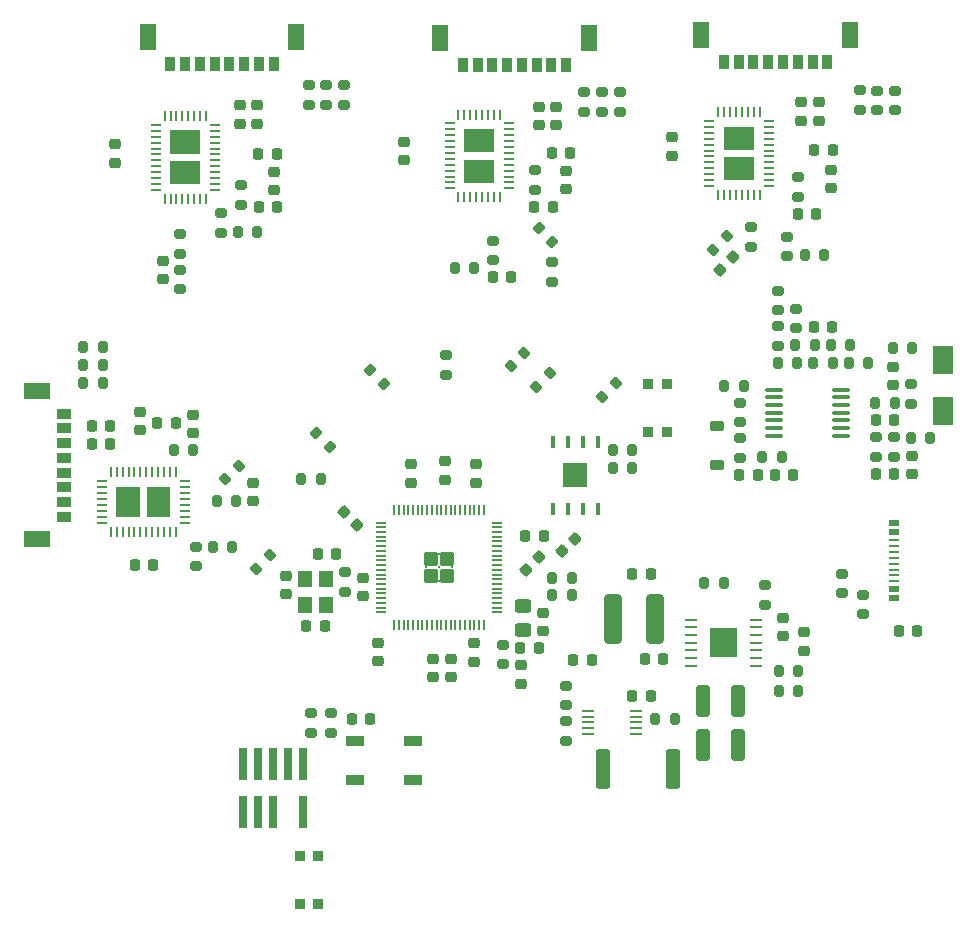
<source format=gtp>
%TF.GenerationSoftware,KiCad,Pcbnew,8.0.8*%
%TF.CreationDate,2025-03-29T22:08:22-04:00*%
%TF.ProjectId,motor_board,6d6f746f-725f-4626-9f61-72642e6b6963,idk*%
%TF.SameCoordinates,Original*%
%TF.FileFunction,Paste,Top*%
%TF.FilePolarity,Positive*%
%FSLAX46Y46*%
G04 Gerber Fmt 4.6, Leading zero omitted, Abs format (unit mm)*
G04 Created by KiCad (PCBNEW 8.0.8) date 2025-03-29 22:08:22*
%MOMM*%
%LPD*%
G01*
G04 APERTURE LIST*
G04 Aperture macros list*
%AMRoundRect*
0 Rectangle with rounded corners*
0 $1 Rounding radius*
0 $2 $3 $4 $5 $6 $7 $8 $9 X,Y pos of 4 corners*
0 Add a 4 corners polygon primitive as box body*
4,1,4,$2,$3,$4,$5,$6,$7,$8,$9,$2,$3,0*
0 Add four circle primitives for the rounded corners*
1,1,$1+$1,$2,$3*
1,1,$1+$1,$4,$5*
1,1,$1+$1,$6,$7*
1,1,$1+$1,$8,$9*
0 Add four rect primitives between the rounded corners*
20,1,$1+$1,$2,$3,$4,$5,0*
20,1,$1+$1,$4,$5,$6,$7,0*
20,1,$1+$1,$6,$7,$8,$9,0*
20,1,$1+$1,$8,$9,$2,$3,0*%
G04 Aperture macros list end*
%ADD10C,0.000000*%
%ADD11R,1.120140X0.213360*%
%ADD12R,1.617000X1.722000*%
%ADD13RoundRect,0.225000X0.225000X0.250000X-0.225000X0.250000X-0.225000X-0.250000X0.225000X-0.250000X0*%
%ADD14RoundRect,0.225000X-0.225000X-0.250000X0.225000X-0.250000X0.225000X0.250000X-0.225000X0.250000X0*%
%ADD15RoundRect,0.200000X0.275000X-0.200000X0.275000X0.200000X-0.275000X0.200000X-0.275000X-0.200000X0*%
%ADD16RoundRect,0.225000X0.250000X-0.225000X0.250000X0.225000X-0.250000X0.225000X-0.250000X-0.225000X0*%
%ADD17RoundRect,0.200000X0.200000X0.275000X-0.200000X0.275000X-0.200000X-0.275000X0.200000X-0.275000X0*%
%ADD18RoundRect,0.200000X-0.200000X-0.275000X0.200000X-0.275000X0.200000X0.275000X-0.200000X0.275000X0*%
%ADD19RoundRect,0.250000X0.362500X1.425000X-0.362500X1.425000X-0.362500X-1.425000X0.362500X-1.425000X0*%
%ADD20RoundRect,0.333000X0.417000X1.767000X-0.417000X1.767000X-0.417000X-1.767000X0.417000X-1.767000X0*%
%ADD21RoundRect,0.250000X-0.325000X-1.100000X0.325000X-1.100000X0.325000X1.100000X-0.325000X1.100000X0*%
%ADD22R,1.137920X0.211328*%
%ADD23R,0.920000X0.480000*%
%ADD24R,0.920000X0.240000*%
%ADD25RoundRect,0.225000X0.335876X0.017678X0.017678X0.335876X-0.335876X-0.017678X-0.017678X-0.335876X0*%
%ADD26RoundRect,0.200000X-0.275000X0.200000X-0.275000X-0.200000X0.275000X-0.200000X0.275000X0.200000X0*%
%ADD27RoundRect,0.225000X-0.250000X0.225000X-0.250000X-0.225000X0.250000X-0.225000X0.250000X0.225000X0*%
%ADD28R,0.242473X0.906066*%
%ADD29R,0.906066X0.242473*%
%ADD30RoundRect,0.200000X0.053033X-0.335876X0.335876X-0.053033X-0.053033X0.335876X-0.335876X0.053033X0*%
%ADD31RoundRect,0.200000X-0.335876X-0.053033X-0.053033X-0.335876X0.335876X0.053033X0.053033X0.335876X0*%
%ADD32RoundRect,0.200000X-0.053033X0.335876X-0.335876X0.053033X0.053033X-0.335876X0.335876X-0.053033X0*%
%ADD33RoundRect,0.090000X-0.660000X-0.360000X0.660000X-0.360000X0.660000X0.360000X-0.660000X0.360000X0*%
%ADD34R,0.740000X2.790000*%
%ADD35RoundRect,0.250000X-0.450000X0.325000X-0.450000X-0.325000X0.450000X-0.325000X0.450000X0.325000X0*%
%ADD36R,0.900000X0.900000*%
%ADD37R,0.838200X1.295400*%
%ADD38R,1.397000X2.260600*%
%ADD39R,1.200000X1.400000*%
%ADD40RoundRect,0.100000X0.637500X0.100000X-0.637500X0.100000X-0.637500X-0.100000X0.637500X-0.100000X0*%
%ADD41R,0.450000X1.050000*%
%ADD42R,2.100000X2.100000*%
%ADD43RoundRect,0.225000X0.017678X-0.335876X0.335876X-0.017678X-0.017678X0.335876X-0.335876X0.017678X0*%
%ADD44R,1.700000X2.350000*%
%ADD45RoundRect,0.225000X-0.375000X0.225000X-0.375000X-0.225000X0.375000X-0.225000X0.375000X0.225000X0*%
%ADD46RoundRect,0.250000X-0.350000X0.350000X-0.350000X-0.350000X0.350000X-0.350000X0.350000X0.350000X0*%
%ADD47RoundRect,0.055000X-0.055000X-0.335000X0.055000X-0.335000X0.055000X0.335000X-0.055000X0.335000X0*%
%ADD48RoundRect,0.055000X-0.335000X0.055000X-0.335000X-0.055000X0.335000X-0.055000X0.335000X0.055000X0*%
%ADD49R,0.133333X0.133333*%
%ADD50R,1.295400X0.838200*%
%ADD51R,2.260600X1.397000*%
%ADD52RoundRect,0.225000X-0.017678X0.335876X-0.335876X0.017678X0.017678X-0.335876X0.335876X-0.017678X0*%
G04 APERTURE END LIST*
D10*
G36*
X166391004Y-118020000D02*
G01*
X164081004Y-118020000D01*
X164081004Y-115560000D01*
X166391004Y-115560000D01*
X166391004Y-118020000D01*
G37*
G36*
X115805771Y-106161631D02*
G01*
X113838371Y-106161631D01*
X113838371Y-103605095D01*
X115805771Y-103605095D01*
X115805771Y-106161631D01*
G37*
G36*
X118394905Y-106161631D02*
G01*
X116427505Y-106161631D01*
X116427505Y-103605095D01*
X118394905Y-103605095D01*
X118394905Y-106161631D01*
G37*
G36*
X145825400Y-75266067D02*
G01*
X143268864Y-75266067D01*
X143268864Y-73298667D01*
X145825400Y-73298667D01*
X145825400Y-75266067D01*
G37*
G36*
X145825400Y-77855201D02*
G01*
X143268864Y-77855201D01*
X143268864Y-75887801D01*
X145825400Y-75887801D01*
X145825400Y-77855201D01*
G37*
G36*
X167825400Y-75066067D02*
G01*
X165268864Y-75066067D01*
X165268864Y-73098667D01*
X167825400Y-73098667D01*
X167825400Y-75066067D01*
G37*
G36*
X167825400Y-77655201D02*
G01*
X165268864Y-77655201D01*
X165268864Y-75687801D01*
X167825400Y-75687801D01*
X167825400Y-77655201D01*
G37*
G36*
X120950400Y-75391067D02*
G01*
X118393864Y-75391067D01*
X118393864Y-73423667D01*
X120950400Y-73423667D01*
X120950400Y-75391067D01*
G37*
G36*
X120950400Y-77980201D02*
G01*
X118393864Y-77980201D01*
X118393864Y-76012801D01*
X120950400Y-76012801D01*
X120950400Y-77980201D01*
G37*
D11*
X168004604Y-118740034D03*
X168004604Y-118090021D03*
X168004604Y-117440012D03*
X168004604Y-116790000D03*
X168004604Y-116139988D03*
X168004604Y-115489979D03*
X168004604Y-114839966D03*
X162467404Y-114839966D03*
X162467404Y-115489979D03*
X162467404Y-116139988D03*
X162467404Y-116790000D03*
X162467404Y-117440012D03*
X162467404Y-118090021D03*
X162467404Y-118740034D03*
D12*
X165236004Y-116790000D03*
D13*
X159069100Y-110973900D03*
X157519100Y-110973900D03*
D14*
X152519100Y-118223900D03*
X154069100Y-118223900D03*
X158603600Y-118152400D03*
X160153600Y-118152400D03*
D15*
X168776600Y-113579900D03*
X168776600Y-111929900D03*
D16*
X170237100Y-116260400D03*
X170237100Y-114710400D03*
D14*
X180100000Y-115800000D03*
X181650000Y-115800000D03*
D17*
X171570100Y-119168400D03*
X169920100Y-119168400D03*
D16*
X172015100Y-117466900D03*
X172015100Y-115916900D03*
D18*
X163619100Y-111773900D03*
X165269100Y-111773900D03*
X169920100Y-120882900D03*
X171570100Y-120882900D03*
D19*
X160962500Y-127500000D03*
X155037500Y-127500000D03*
D20*
X159464100Y-114786900D03*
X155864100Y-114786900D03*
D21*
X163507004Y-121743000D03*
X166457004Y-121743000D03*
X163507004Y-125454900D03*
X166457004Y-125454900D03*
D17*
X161119100Y-123223900D03*
X159469100Y-123223900D03*
D22*
X157838800Y-124549901D03*
X157838800Y-124049899D03*
X157838800Y-123549900D03*
X157838800Y-123049901D03*
X157838800Y-122549899D03*
X153749400Y-122549899D03*
X153749400Y-123049901D03*
X153749400Y-123549900D03*
X153749400Y-124049899D03*
X153749400Y-124549901D03*
D14*
X157519100Y-121323900D03*
X159069100Y-121323900D03*
D23*
X179660000Y-113050000D03*
X179660000Y-112250000D03*
D24*
X179660000Y-111100000D03*
X179660000Y-110100000D03*
X179660000Y-109600000D03*
X179660000Y-108600000D03*
D23*
X179660000Y-107450000D03*
X179660000Y-106650000D03*
D24*
X179660000Y-108100000D03*
X179660000Y-109100000D03*
X179660000Y-110600000D03*
X179660000Y-111600000D03*
D25*
X134217108Y-106846908D03*
X133121092Y-105750892D03*
D26*
X170647132Y-82426933D03*
X170647132Y-84076933D03*
D14*
X125897132Y-79926933D03*
X127447132Y-79926933D03*
D27*
X140650000Y-118175000D03*
X140650000Y-119725000D03*
D16*
X115823592Y-98815914D03*
X115823592Y-97265914D03*
D14*
X125847132Y-75451933D03*
X127397132Y-75451933D03*
D18*
X150719100Y-112773900D03*
X152369100Y-112773900D03*
D17*
X181219100Y-91873900D03*
X179569100Y-91873900D03*
D26*
X124397132Y-78051933D03*
X124397132Y-79701933D03*
D27*
X160847132Y-74001933D03*
X160847132Y-75551933D03*
D16*
X141694100Y-102998900D03*
X141694100Y-101448900D03*
D28*
X118866637Y-102380330D03*
X118366638Y-102380330D03*
X117866636Y-102380330D03*
X117366637Y-102380330D03*
X116866638Y-102380330D03*
X116366637Y-102380330D03*
X115866637Y-102380330D03*
X115366636Y-102380330D03*
X114866637Y-102380330D03*
X114366638Y-102380330D03*
X113866636Y-102380330D03*
X113366637Y-102380330D03*
D29*
X112613604Y-103133364D03*
X112613604Y-103633363D03*
X112613604Y-104133362D03*
X112613604Y-104633363D03*
X112613604Y-105133363D03*
X112613604Y-105633364D03*
X112613604Y-106133363D03*
X112613604Y-106633362D03*
D28*
X113366637Y-107386396D03*
X113866636Y-107386396D03*
X114366638Y-107386396D03*
X114866637Y-107386396D03*
X115366636Y-107386396D03*
X115866637Y-107386396D03*
X116366637Y-107386396D03*
X116866638Y-107386396D03*
X117366637Y-107386396D03*
X117866636Y-107386396D03*
X118366638Y-107386396D03*
X118866637Y-107386396D03*
D29*
X119619670Y-106633362D03*
X119619670Y-106133363D03*
X119619670Y-105633364D03*
X119619670Y-105133363D03*
X119619670Y-104633363D03*
X119619670Y-104133362D03*
X119619670Y-103633363D03*
X119619670Y-103133364D03*
D15*
X166594100Y-98148900D03*
X166594100Y-96498900D03*
D14*
X111773592Y-98465914D03*
X113323592Y-98465914D03*
D26*
X119222132Y-85201933D03*
X119222132Y-86851933D03*
D18*
X150719100Y-111273900D03*
X152369100Y-111273900D03*
D16*
X125438605Y-104836395D03*
X125438605Y-103286395D03*
D17*
X170169100Y-101073900D03*
X168519100Y-101073900D03*
X112688605Y-93261395D03*
X111038605Y-93261395D03*
D15*
X177032000Y-114387000D03*
X177032000Y-112737000D03*
D27*
X125757132Y-71301933D03*
X125757132Y-72851933D03*
D15*
X176797132Y-71676933D03*
X176797132Y-70026933D03*
D18*
X169819100Y-93073900D03*
X171469100Y-93073900D03*
X172819100Y-93073900D03*
X174469100Y-93073900D03*
D27*
X113747132Y-74601933D03*
X113747132Y-76151933D03*
D13*
X132444100Y-109323900D03*
X130894100Y-109323900D03*
D29*
X147050165Y-78326933D03*
X147050165Y-77826934D03*
X147050165Y-77326932D03*
X147050165Y-76826933D03*
X147050165Y-76326934D03*
X147050165Y-75826933D03*
X147050165Y-75326933D03*
X147050165Y-74826932D03*
X147050165Y-74326933D03*
X147050165Y-73826934D03*
X147050165Y-73326932D03*
X147050165Y-72826933D03*
D28*
X146297131Y-72073900D03*
X145797132Y-72073900D03*
X145297133Y-72073900D03*
X144797132Y-72073900D03*
X144297132Y-72073900D03*
X143797131Y-72073900D03*
X143297132Y-72073900D03*
X142797133Y-72073900D03*
D29*
X142044099Y-72826933D03*
X142044099Y-73326932D03*
X142044099Y-73826934D03*
X142044099Y-74326933D03*
X142044099Y-74826932D03*
X142044099Y-75326933D03*
X142044099Y-75826933D03*
X142044099Y-76326934D03*
X142044099Y-76826933D03*
X142044099Y-77326932D03*
X142044099Y-77826934D03*
X142044099Y-78326933D03*
D28*
X142797133Y-79079966D03*
X143297132Y-79079966D03*
X143797131Y-79079966D03*
X144297132Y-79079966D03*
X144797132Y-79079966D03*
X145297133Y-79079966D03*
X145797132Y-79079966D03*
X146297131Y-79079966D03*
D27*
X173322132Y-71051933D03*
X173322132Y-72601933D03*
X128200000Y-111125000D03*
X128200000Y-112675000D03*
D18*
X175819100Y-93073900D03*
X177469100Y-93073900D03*
D13*
X174419100Y-90073900D03*
X172869100Y-90073900D03*
D17*
X157519100Y-100473900D03*
X155869100Y-100473900D03*
D18*
X172094100Y-83998900D03*
X173744100Y-83998900D03*
D16*
X144294100Y-103248900D03*
X144294100Y-101698900D03*
D14*
X111773592Y-99965914D03*
X113323592Y-99965914D03*
D16*
X138794100Y-103248900D03*
X138794100Y-101698900D03*
D26*
X169844100Y-89998900D03*
X169844100Y-91648900D03*
X178112850Y-99398900D03*
X178112850Y-101048900D03*
D18*
X122338605Y-104786395D03*
X123988605Y-104786395D03*
D30*
X154960737Y-95957263D03*
X156127463Y-94790537D03*
D27*
X135994100Y-116798900D03*
X135994100Y-118348900D03*
D18*
X124122132Y-82026933D03*
X125772132Y-82026933D03*
D15*
X120548592Y-110340914D03*
X120548592Y-108690914D03*
D13*
X131469100Y-115373900D03*
X129919100Y-115373900D03*
D15*
X130122132Y-71251933D03*
X130122132Y-69601933D03*
D18*
X118698592Y-100490914D03*
X120348592Y-100490914D03*
D13*
X171119100Y-102573900D03*
X169569100Y-102573900D03*
D27*
X134750000Y-111298900D03*
X134750000Y-112848900D03*
D26*
X119222132Y-82201933D03*
X119222132Y-83851933D03*
D31*
X149585737Y-81715537D03*
X150752463Y-82882263D03*
D32*
X165530495Y-82368570D03*
X164363769Y-83535296D03*
D33*
X134044100Y-125123900D03*
X134044100Y-128423900D03*
X138944100Y-128423900D03*
X138944100Y-125123900D03*
D14*
X166569100Y-102573900D03*
X168119100Y-102573900D03*
D32*
X150552463Y-93990537D03*
X149385737Y-95157263D03*
D27*
X179619100Y-93448900D03*
X179619100Y-94998900D03*
D14*
X150719100Y-75323900D03*
X152269100Y-75323900D03*
X149219100Y-79873900D03*
X150769100Y-79873900D03*
D17*
X112698592Y-94765914D03*
X111048592Y-94765914D03*
D14*
X172922132Y-75076933D03*
X174472132Y-75076933D03*
D17*
X182719100Y-99473900D03*
X181069100Y-99473900D03*
D13*
X179669100Y-97973900D03*
X178119100Y-97973900D03*
D26*
X181119100Y-94898900D03*
X181119100Y-96548900D03*
D15*
X175300000Y-112600000D03*
X175300000Y-110950000D03*
D34*
X124547500Y-131141400D03*
X124547500Y-127071400D03*
X125817500Y-131141400D03*
X125817500Y-127071400D03*
X127087500Y-131141400D03*
X127087500Y-127071400D03*
X128357500Y-127071400D03*
X129627500Y-131141400D03*
X129627500Y-127071400D03*
D31*
X135310737Y-93715537D03*
X136477463Y-94882263D03*
D35*
X148294100Y-113648900D03*
X148294100Y-115698900D03*
D15*
X146594100Y-118598900D03*
X146594100Y-116948900D03*
D26*
X149244100Y-76798900D03*
X149244100Y-78448900D03*
D36*
X158844100Y-94873900D03*
X158844100Y-98973900D03*
X160444100Y-94873900D03*
X160444100Y-98973900D03*
D37*
X151919100Y-67868100D03*
X150669100Y-67868100D03*
X149419100Y-67868100D03*
X148169100Y-67868100D03*
X146919100Y-67868100D03*
X145669100Y-67868100D03*
X144419100Y-67868100D03*
X143169100Y-67868100D03*
D38*
X141269099Y-65573210D03*
X153819101Y-65573210D03*
D14*
X171522132Y-80476933D03*
X173072132Y-80476933D03*
D15*
X154919100Y-71848900D03*
X154919100Y-70198900D03*
D17*
X144119100Y-85073900D03*
X142469100Y-85073900D03*
D15*
X131622132Y-71251933D03*
X131622132Y-69601933D03*
X179644100Y-101048900D03*
X179644100Y-99398900D03*
D14*
X148044100Y-117273900D03*
X149594100Y-117273900D03*
D17*
X179719100Y-96473900D03*
X178069100Y-96473900D03*
D13*
X179669100Y-102473900D03*
X178119100Y-102473900D03*
D17*
X112688605Y-91761395D03*
X111038605Y-91761395D03*
D18*
X174319100Y-91573900D03*
X175969100Y-91573900D03*
D27*
X148069100Y-118723900D03*
X148069100Y-120273900D03*
D15*
X133097132Y-71251933D03*
X133097132Y-69601933D03*
X132044100Y-124436400D03*
X132044100Y-122786400D03*
D27*
X124297132Y-71301933D03*
X124297132Y-72851933D03*
D26*
X171547132Y-77401933D03*
X171547132Y-79051933D03*
D32*
X148377463Y-92240537D03*
X147210737Y-93407263D03*
D18*
X129494100Y-102950000D03*
X131144100Y-102950000D03*
D27*
X171822132Y-71051933D03*
X171822132Y-72601933D03*
D26*
X169844100Y-86998900D03*
X169844100Y-88648900D03*
D17*
X166969100Y-95023900D03*
X165319100Y-95023900D03*
D13*
X150019100Y-107723900D03*
X148469100Y-107723900D03*
D39*
X129844100Y-111373900D03*
X129844100Y-113573900D03*
X131544100Y-113573900D03*
X131544100Y-111373900D03*
D27*
X127197132Y-76926933D03*
X127197132Y-78476933D03*
D40*
X175206600Y-99273900D03*
X175206600Y-98623900D03*
X175206600Y-97973900D03*
X175206600Y-97323900D03*
X175206600Y-96673900D03*
X175206600Y-96023900D03*
X175206600Y-95373900D03*
X169481600Y-95373900D03*
X169481600Y-96023900D03*
X169481600Y-96673900D03*
X169481600Y-97323900D03*
X169481600Y-97973900D03*
X169481600Y-98623900D03*
X169481600Y-99273900D03*
D27*
X142150000Y-118175000D03*
X142150000Y-119725000D03*
D41*
X154599100Y-99773900D03*
X153329100Y-99773900D03*
X152059100Y-99773900D03*
X150789100Y-99773900D03*
X150789100Y-105473900D03*
X152059100Y-105473900D03*
X153329100Y-105473900D03*
X154599100Y-105473900D03*
D42*
X152694100Y-102623900D03*
D14*
X133794100Y-123273900D03*
X135344100Y-123273900D03*
D15*
X133194100Y-112498900D03*
X133194100Y-110848900D03*
D27*
X117747132Y-84476933D03*
X117747132Y-86026933D03*
D37*
X174022132Y-67651933D03*
X172772132Y-67651933D03*
X171522132Y-67651933D03*
X170272132Y-67651933D03*
X169022132Y-67651933D03*
X167772132Y-67651933D03*
X166522132Y-67651933D03*
X165272132Y-67651933D03*
D38*
X163372131Y-65357043D03*
X175922133Y-65357043D03*
D29*
X169050165Y-78126933D03*
X169050165Y-77626934D03*
X169050165Y-77126932D03*
X169050165Y-76626933D03*
X169050165Y-76126934D03*
X169050165Y-75626933D03*
X169050165Y-75126933D03*
X169050165Y-74626932D03*
X169050165Y-74126933D03*
X169050165Y-73626934D03*
X169050165Y-73126932D03*
X169050165Y-72626933D03*
D28*
X168297131Y-71873900D03*
X167797132Y-71873900D03*
X167297133Y-71873900D03*
X166797132Y-71873900D03*
X166297132Y-71873900D03*
X165797131Y-71873900D03*
X165297132Y-71873900D03*
X164797133Y-71873900D03*
D29*
X164044099Y-72626933D03*
X164044099Y-73126932D03*
X164044099Y-73626934D03*
X164044099Y-74126933D03*
X164044099Y-74626932D03*
X164044099Y-75126933D03*
X164044099Y-75626933D03*
X164044099Y-76126934D03*
X164044099Y-76626933D03*
X164044099Y-77126932D03*
X164044099Y-77626934D03*
X164044099Y-78126933D03*
D28*
X164797133Y-78879966D03*
X165297132Y-78879966D03*
X165797131Y-78879966D03*
X166297132Y-78879966D03*
X166797132Y-78879966D03*
X167297133Y-78879966D03*
X167797132Y-78879966D03*
X168297131Y-78879966D03*
D43*
X148546092Y-110596908D03*
X149642108Y-109500892D03*
D36*
X130940425Y-138957500D03*
X130940425Y-134857500D03*
X129340425Y-138957500D03*
X129340425Y-134857500D03*
D31*
X130710737Y-99015537D03*
X131877463Y-100182263D03*
D15*
X179747132Y-71701933D03*
X179747132Y-70051933D03*
D14*
X115388605Y-110186395D03*
X116938605Y-110186395D03*
D44*
X183844100Y-97173900D03*
X183844100Y-92873900D03*
D14*
X145719100Y-85823900D03*
X147269100Y-85823900D03*
D27*
X149994100Y-114248900D03*
X149994100Y-115798900D03*
D18*
X171319100Y-91573900D03*
X172969100Y-91573900D03*
D27*
X151894100Y-76848900D03*
X151894100Y-78398900D03*
X181169100Y-100948900D03*
X181169100Y-102498900D03*
X138194100Y-74398900D03*
X138194100Y-75948900D03*
D26*
X122697132Y-80426933D03*
X122697132Y-82076933D03*
D29*
X122175165Y-78451933D03*
X122175165Y-77951934D03*
X122175165Y-77451932D03*
X122175165Y-76951933D03*
X122175165Y-76451934D03*
X122175165Y-75951933D03*
X122175165Y-75451933D03*
X122175165Y-74951932D03*
X122175165Y-74451933D03*
X122175165Y-73951934D03*
X122175165Y-73451932D03*
X122175165Y-72951933D03*
D28*
X121422131Y-72198900D03*
X120922132Y-72198900D03*
X120422133Y-72198900D03*
X119922132Y-72198900D03*
X119422132Y-72198900D03*
X118922131Y-72198900D03*
X118422132Y-72198900D03*
X117922133Y-72198900D03*
D29*
X117169099Y-72951933D03*
X117169099Y-73451932D03*
X117169099Y-73951934D03*
X117169099Y-74451933D03*
X117169099Y-74951932D03*
X117169099Y-75451933D03*
X117169099Y-75951933D03*
X117169099Y-76451934D03*
X117169099Y-76951933D03*
X117169099Y-77451932D03*
X117169099Y-77951934D03*
X117169099Y-78451933D03*
D28*
X117922133Y-79204966D03*
X118422132Y-79204966D03*
X118922131Y-79204966D03*
X119422132Y-79204966D03*
X119922132Y-79204966D03*
X120422133Y-79204966D03*
X120922132Y-79204966D03*
X121422131Y-79204966D03*
D26*
X150694100Y-84573900D03*
X150694100Y-86223900D03*
D27*
X174297132Y-76751933D03*
X174297132Y-78301933D03*
D26*
X167597132Y-81601933D03*
X167597132Y-83251933D03*
X166594100Y-99498900D03*
X166594100Y-101148900D03*
X171344100Y-88498900D03*
X171344100Y-90148900D03*
D15*
X178272132Y-71701933D03*
X178272132Y-70051933D03*
X153394100Y-71848900D03*
X153394100Y-70198900D03*
D27*
X144144100Y-116848900D03*
X144144100Y-118398900D03*
D14*
X117298592Y-98190914D03*
X118848592Y-98190914D03*
D26*
X151894100Y-123448900D03*
X151894100Y-125098900D03*
D18*
X155869100Y-101973900D03*
X157519100Y-101973900D03*
D30*
X125633274Y-110566726D03*
X126800000Y-109400000D03*
D45*
X164644100Y-98473900D03*
X164644100Y-101773900D03*
D27*
X149584100Y-71398900D03*
X149584100Y-72948900D03*
D16*
X120298592Y-99040914D03*
X120298592Y-97490914D03*
D46*
X141844100Y-109723900D03*
X140444100Y-109723900D03*
X141844100Y-111123900D03*
X140444100Y-111123900D03*
D47*
X144944100Y-105527400D03*
X144544100Y-105527400D03*
X144144100Y-105527400D03*
X143744100Y-105527400D03*
X143344100Y-105527400D03*
X142944100Y-105527400D03*
X142544100Y-105527400D03*
X142144100Y-105527400D03*
X141744100Y-105527400D03*
X141344100Y-105527400D03*
X140944100Y-105527400D03*
X140544100Y-105527400D03*
X140144100Y-105527400D03*
X139744100Y-105527400D03*
X139344100Y-105527400D03*
X138944100Y-105527400D03*
X138544100Y-105527400D03*
X138144100Y-105527400D03*
X137744100Y-105527400D03*
X137344100Y-105527400D03*
D48*
X136247600Y-106623900D03*
X136247600Y-107023900D03*
X136247600Y-107423900D03*
X136247600Y-107823900D03*
X136247600Y-108223900D03*
X136247600Y-108623900D03*
X136247600Y-109023900D03*
X136247600Y-109423900D03*
X136247600Y-109823900D03*
X136247600Y-110223900D03*
X136247600Y-110623900D03*
X136247600Y-111023900D03*
X136247600Y-111423900D03*
X136247600Y-111823900D03*
X136247600Y-112223900D03*
X136247600Y-112623900D03*
X136247600Y-113023900D03*
X136247600Y-113423900D03*
X136247600Y-113823900D03*
X136247600Y-114223900D03*
D47*
X137344100Y-115320400D03*
X137744100Y-115320400D03*
X138144100Y-115320400D03*
X138544100Y-115320400D03*
X138944100Y-115320400D03*
X139344100Y-115320400D03*
X139744100Y-115320400D03*
X140144100Y-115320400D03*
X140544100Y-115320400D03*
X140944100Y-115320400D03*
X141344100Y-115320400D03*
X141744100Y-115320400D03*
X142144100Y-115320400D03*
X142544100Y-115320400D03*
X142944100Y-115320400D03*
X143344100Y-115320400D03*
X143744100Y-115320400D03*
X144144100Y-115320400D03*
X144544100Y-115320400D03*
X144944100Y-115320400D03*
D48*
X146040600Y-114223900D03*
X146040600Y-113823900D03*
X146040600Y-113423900D03*
X146040600Y-113023900D03*
X146040600Y-112623900D03*
X146040600Y-112223900D03*
X146040600Y-111823900D03*
X146040600Y-111423900D03*
X146040600Y-111023900D03*
X146040600Y-110623900D03*
X146040600Y-110223900D03*
X146040600Y-109823900D03*
X146040600Y-109423900D03*
X146040600Y-109023900D03*
X146040600Y-108623900D03*
X146040600Y-108223900D03*
X146040600Y-107823900D03*
X146040600Y-107423900D03*
X146040600Y-107023900D03*
X146040600Y-106623900D03*
D49*
X142277433Y-109290567D03*
X141144100Y-109290567D03*
X140010767Y-109290567D03*
X142277433Y-110423900D03*
X141144100Y-110423900D03*
X140010767Y-110423900D03*
X142277433Y-111557233D03*
X141144100Y-111557233D03*
X140010767Y-111557233D03*
D26*
X145744100Y-82748900D03*
X145744100Y-84398900D03*
D18*
X121998592Y-108690914D03*
X123648592Y-108690914D03*
D50*
X109373592Y-97390914D03*
X109373592Y-98640914D03*
X109373592Y-99890914D03*
X109373592Y-101140914D03*
X109373592Y-102390914D03*
X109373592Y-103640914D03*
X109373592Y-104890914D03*
X109373592Y-106140914D03*
D51*
X107078702Y-108040915D03*
X107078702Y-95490913D03*
D30*
X123055242Y-102969758D03*
X124221968Y-101803032D03*
D52*
X152692108Y-107975892D03*
X151596092Y-109071908D03*
D37*
X127147132Y-67796133D03*
X125897132Y-67796133D03*
X124647132Y-67796133D03*
X123397132Y-67796133D03*
X122147132Y-67796133D03*
X120897132Y-67796133D03*
X119647132Y-67796133D03*
X118397132Y-67796133D03*
D38*
X116497131Y-65501243D03*
X129047133Y-65501243D03*
D27*
X151094100Y-71398900D03*
X151094100Y-72948900D03*
D26*
X141744100Y-92448900D03*
X141744100Y-94098900D03*
D15*
X130294100Y-124436400D03*
X130294100Y-122786400D03*
X151894100Y-122098900D03*
X151894100Y-120448900D03*
X156444100Y-71848900D03*
X156444100Y-70198900D03*
D52*
X166020140Y-84103925D03*
X164924124Y-85199941D03*
M02*

</source>
